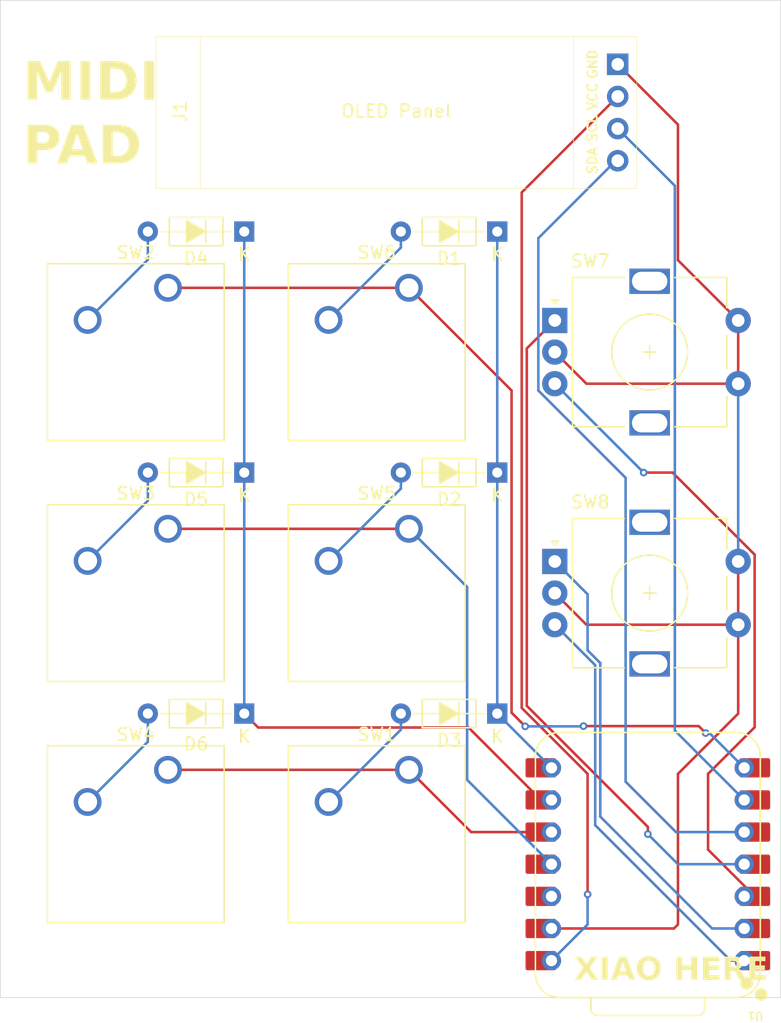
<source format=kicad_pcb>
(kicad_pcb (version 20241229) (generator "pcbnew") (generator_version "9.0")
  (layers (0 "F.Cu" signal) (2 "B.Cu" signal) (13 "F.Paste" user) (15 "B.Paste" user) (5 "F.SilkS" user "F.Silkscreen") (7 "B.SilkS" user "B.Silkscreen") (1 "F.Mask" user) (3 "B.Mask" user) (25 "Edge.Cuts" user))
  (net 0 "")
  (net 1 "Row 0")
  (net 2 "Net-(D1-A)")
  (net 3 "Net-(D2-A)")
  (net 4 "Net-(D3-A)")
  (net 5 "Net-(D4-A)")
  (net 6 "Row 1")
  (net 7 "Net-(D5-A)")
  (net 8 "Net-(D6-A)")
  (net 9 "SCL")
  (net 10 "+5V")
  (net 11 "GND")
  (net 12 "SDA")
  (net 13 "Column 2")
  (net 14 "Column 0")
  (net 15 "Column 1")
  (net 16 "Rotary B1")
  (net 17 "Rotary B2")
  (net 18 "Rotary A1")
  (net 19 "Rotary A2")
  (footprint "Button_Switch_Keyboard:SW_Cherry_MX_1.00u_PCB" (layer "F.Cu") (at 123.98375 99.695)
    (property "Reference" "SW6" (at -2.54 -2.794 0) (layer "F.SilkS"))
    (property "Value" "SW_Push")
    (fp_line (start -9.525 -1.905) (end 4.445 -1.905) (stroke (width 0.12)) (layer "F.SilkS"))
    (fp_line (start -9.525 12.065) (end -9.525 -1.905) (stroke (width 0.12)) (layer "F.SilkS"))
    (fp_line (start 4.445 -1.905) (end 4.445 12.065) (stroke (width 0.12)) (layer "F.SilkS"))
    (fp_line (start 4.445 12.065) (end -9.525 12.065) (stroke (width 0.12)) (layer "F.SilkS"))
    (pad "" np_thru_hole circle (at -7.62 5.08) (size 1.7 1.7) (drill 1.7) (layers "*.Cu" "*.Mask"))
    (pad "" np_thru_hole circle (at -2.54 5.08) (size 4 4) (drill 4) (layers "*.Cu" "*.Mask"))
    (pad "" np_thru_hole circle (at 2.54 5.08) (size 1.7 1.7) (drill 1.7) (layers "*.Cu" "*.Mask"))
    (pad "1" thru_hole circle (at 0 0) (size 2.2 2.2) (drill 1.5) (layers "*.Cu" "*.Mask") (net 14 "Column 0"))
    (pad "2" thru_hole circle (at -6.35 2.54) (size 2.2 2.2) (drill 1.5) (layers "*.Cu" "*.Mask") (net 2 "Net-(D1-A)"))
  )
  (footprint "PCM_Diode_THT_AKL:D_DO-35_SOD27_P7.62mm_Horizontal" (layer "F.Cu") (at 130.96875 95.25 180)
    (property "Reference" "D1" (at 3.81 -2.12 0) (layer "F.SilkS"))
    (property "Value" "1N4148" (hide yes))
    (fp_line (start 6.58 0) (end 5.93 0) (stroke (width 0.12)) (layer "F.SilkS"))
    (fp_line (start 5.93 1.12) (end 5.93 -1.12) (stroke (width 0.12)) (layer "F.SilkS"))
    (fp_line (start 5.93 0) (end 4.6355 0) (stroke (width 0.12)) (layer "F.SilkS"))
    (fp_line (start 5.93 -1.12) (end 1.69 -1.12) (stroke (width 0.12)) (layer "F.SilkS"))
    (fp_line (start 3.048 -0.889) (end 3.048 0.889) (stroke (width 0.12)) (layer "F.SilkS"))
    (fp_line (start 1.69 1.12) (end 5.93 1.12) (stroke (width 0.12)) (layer "F.SilkS"))
    (fp_line (start 1.69 -1.12) (end 1.69 1.12) (stroke (width 0.12)) (layer "F.SilkS"))
    (fp_line (start 1.651 0) (end 3.048 0) (stroke (width 0.12)) (layer "F.SilkS"))
    (fp_line (start 1.04 0) (end 1.69 0) (stroke (width 0.12)) (layer "F.SilkS"))
    (fp_poly (pts (xy 4.572 0.889) (xy 3.048 0) (xy 4.572 -0.889)) (stroke (width 0.1)) (fill yes) (layer "F.SilkS"))
    (fp_text user "K" (at 0 -1.8 0) (layer "F.SilkS"))
    (pad "1" thru_hole rect (at 0 0 180) (size 1.6 1.6) (drill 0.8) (layers "*.Cu" "*.Mask") (net 1 "Row 0"))
    (pad "2" thru_hole oval (at 7.62 0 180) (size 1.6 1.6) (drill 0.8) (layers "*.Cu" "*.Mask") (net 2 "Net-(D1-A)"))
  )
  (footprint "Button_Switch_Keyboard:SW_Cherry_MX_1.00u_PCB" (layer "F.Cu") (at 104.93375 99.695)
    (property "Reference" "SW2" (at -2.54 -2.794 0) (layer "F.SilkS"))
    (property "Value" "SW_Push")
    (fp_line (start -9.525 -1.905) (end 4.445 -1.905) (stroke (width 0.12)) (layer "F.SilkS"))
    (fp_line (start -9.525 12.065) (end -9.525 -1.905) (stroke (width 0.12)) (layer "F.SilkS"))
    (fp_line (start 4.445 -1.905) (end 4.445 12.065) (stroke (width 0.12)) (layer "F.SilkS"))
    (fp_line (start 4.445 12.065) (end -9.525 12.065) (stroke (width 0.12)) (layer "F.SilkS"))
    (pad "" np_thru_hole circle (at -7.62 5.08) (size 1.7 1.7) (drill 1.7) (layers "*.Cu" "*.Mask"))
    (pad "" np_thru_hole circle (at -2.54 5.08) (size 4 4) (drill 4) (layers "*.Cu" "*.Mask"))
    (pad "" np_thru_hole circle (at 2.54 5.08) (size 1.7 1.7) (drill 1.7) (layers "*.Cu" "*.Mask"))
    (pad "1" thru_hole circle (at 0 0) (size 2.2 2.2) (drill 1.5) (layers "*.Cu" "*.Mask") (net 14 "Column 0"))
    (pad "2" thru_hole circle (at -6.35 2.54) (size 2.2 2.2) (drill 1.5) (layers "*.Cu" "*.Mask") (net 5 "Net-(D4-A)"))
  )
  (footprint "Rotary_Encoder:RotaryEncoder_Alps_EC11E-Switch_Vertical_H20mm" (layer "F.Cu") (at 135.51875 102.275)
    (property "Reference" "SW7" (at 2.8 -4.7 0) (layer "F.SilkS"))
    (property "Value" "RotaryEncoder_Switch")
    (fp_line (start -0.3 -1.6) (end 0.3 -1.6) (stroke (width 0.12)) (layer "F.SilkS"))
    (fp_line (start 0 -1.3) (end -0.3 -1.6) (stroke (width 0.12)) (layer "F.SilkS"))
    (fp_line (start 0.3 -1.6) (end 0 -1.3) (stroke (width 0.12)) (layer "F.SilkS"))
    (fp_line (start 1.4 -3.4) (end 1.4 8.4) (stroke (width 0.12)) (layer "F.SilkS"))
    (fp_line (start 5.5 -3.4) (end 1.4 -3.4) (stroke (width 0.12)) (layer "F.SilkS"))
    (fp_line (start 5.5 8.4) (end 1.4 8.4) (stroke (width 0.12)) (layer "F.SilkS"))
    (fp_line (start 7 2.5) (end 8 2.5) (stroke (width 0.12)) (layer "F.SilkS"))
    (fp_line (start 7.5 2) (end 7.5 3) (stroke (width 0.12)) (layer "F.SilkS"))
    (fp_line (start 9.5 -3.4) (end 13.6 -3.4) (stroke (width 0.12)) (layer "F.SilkS"))
    (fp_line (start 13.6 -3.4) (end 13.6 -1) (stroke (width 0.12)) (layer "F.SilkS"))
    (fp_line (start 13.6 1.2) (end 13.6 3.8) (stroke (width 0.12)) (layer "F.SilkS"))
    (fp_line (start 13.6 6) (end 13.6 8.4) (stroke (width 0.12)) (layer "F.SilkS"))
    (fp_line (start 13.6 8.4) (end 9.5 8.4) (stroke (width 0.12)) (layer "F.SilkS"))
    (fp_circle (center 7.5 2.5) (end 10.5 2.5) (stroke (width 0.12)) (fill no) (layer "F.SilkS"))
    (pad "A" thru_hole rect (at 0 0) (size 2 2) (drill 1) (layers "*.Cu" "*.Mask") (net 17 "Rotary B2"))
    (pad "B" thru_hole circle (at 0 5) (size 2 2) (drill 1) (layers "*.Cu" "*.Mask") (net 16 "Rotary B1"))
    (pad "C" thru_hole circle (at 0 2.5) (size 2 2) (drill 1) (layers "*.Cu" "*.Mask") (net 11 "GND"))
    (pad "MP" thru_hole rect (at 7.5 -3.1) (size 3.2 2) (drill oval 2.8 1.5) (layers "*.Cu" "*.Mask"))
    (pad "MP" thru_hole rect (at 7.5 8.1) (size 3.2 2) (drill oval 2.8 1.5) (layers "*.Cu" "*.Mask"))
    (pad "S1" thru_hole circle (at 14.5 5) (size 2 2) (drill 1) (layers "*.Cu" "*.Mask") (net 11 "GND"))
    (pad "S2" thru_hole circle (at 14.5 0) (size 2 2) (drill 1) (layers "*.Cu" "*.Mask") (net 11 "GND"))
  )
  (footprint "Button_Switch_Keyboard:SW_Cherry_MX_1.00u_PCB" (layer "F.Cu") (at 123.98375 137.795)
    (property "Reference" "SW1" (at -2.54 -2.794 0) (layer "F.SilkS"))
    (property "Value" "SW_Push")
    (fp_line (start -9.525 -1.905) (end 4.445 -1.905) (stroke (width 0.12)) (layer "F.SilkS"))
    (fp_line (start -9.525 12.065) (end -9.525 -1.905) (stroke (width 0.12)) (layer "F.SilkS"))
    (fp_line (start 4.445 -1.905) (end 4.445 12.065) (stroke (width 0.12)) (layer "F.SilkS"))
    (fp_line (start 4.445 12.065) (end -9.525 12.065) (stroke (width 0.12)) (layer "F.SilkS"))
    (pad "" np_thru_hole circle (at -7.62 5.08) (size 1.7 1.7) (drill 1.7) (layers "*.Cu" "*.Mask"))
    (pad "" np_thru_hole circle (at -2.54 5.08) (size 4 4) (drill 4) (layers "*.Cu" "*.Mask"))
    (pad "" np_thru_hole circle (at 2.54 5.08) (size 1.7 1.7) (drill 1.7) (layers "*.Cu" "*.Mask"))
    (pad "1" thru_hole circle (at 0 0) (size 2.2 2.2) (drill 1.5) (layers "*.Cu" "*.Mask") (net 13 "Column 2"))
    (pad "2" thru_hole circle (at -6.35 2.54) (size 2.2 2.2) (drill 1.5) (layers "*.Cu" "*.Mask") (net 4 "Net-(D3-A)"))
  )
  (footprint "PCM_Diode_THT_AKL:D_DO-35_SOD27_P7.62mm_Horizontal" (layer "F.Cu") (at 130.96875 133.35 180)
    (property "Reference" "D3" (at 3.81 -2.12 0) (layer "F.SilkS"))
    (property "Value" "1N4148" (hide yes))
    (fp_line (start 6.58 0) (end 5.93 0) (stroke (width 0.12)) (layer "F.SilkS"))
    (fp_line (start 5.93 1.12) (end 5.93 -1.12) (stroke (width 0.12)) (layer "F.SilkS"))
    (fp_line (start 5.93 0) (end 4.6355 0) (stroke (width 0.12)) (layer "F.SilkS"))
    (fp_line (start 5.93 -1.12) (end 1.69 -1.12) (stroke (width 0.12)) (layer "F.SilkS"))
    (fp_line (start 3.048 -0.889) (end 3.048 0.889) (stroke (width 0.12)) (layer "F.SilkS"))
    (fp_line (start 1.69 1.12) (end 5.93 1.12) (stroke (width 0.12)) (layer "F.SilkS"))
    (fp_line (start 1.69 -1.12) (end 1.69 1.12) (stroke (width 0.12)) (layer "F.SilkS"))
    (fp_line (start 1.651 0) (end 3.048 0) (stroke (width 0.12)) (layer "F.SilkS"))
    (fp_line (start 1.04 0) (end 1.69 0) (stroke (width 0.12)) (layer "F.SilkS"))
    (fp_poly (pts (xy 4.572 0.889) (xy 3.048 0) (xy 4.572 -0.889)) (stroke (width 0.1)) (fill yes) (layer "F.SilkS"))
    (fp_text user "K" (at 0 -1.8 0) (layer "F.SilkS"))
    (pad "1" thru_hole rect (at 0 0 180) (size 1.6 1.6) (drill 0.8) (layers "*.Cu" "*.Mask") (net 1 "Row 0"))
    (pad "2" thru_hole oval (at 7.62 0 180) (size 1.6 1.6) (drill 0.8) (layers "*.Cu" "*.Mask") (net 4 "Net-(D3-A)"))
  )
  (footprint "PCM_Diode_THT_AKL:D_DO-35_SOD27_P7.62mm_Horizontal" (layer "F.Cu") (at 110.96625 114.3 180)
    (property "Reference" "D5" (at 3.81 -2.12 0) (layer "F.SilkS"))
    (property "Value" "1N4148" (hide yes))
    (fp_line (start 6.58 0) (end 5.93 0) (stroke (width 0.12)) (layer "F.SilkS"))
    (fp_line (start 5.93 1.12) (end 5.93 -1.12) (stroke (width 0.12)) (layer "F.SilkS"))
    (fp_line (start 5.93 0) (end 4.6355 0) (stroke (width 0.12)) (layer "F.SilkS"))
    (fp_line (start 5.93 -1.12) (end 1.69 -1.12) (stroke (width 0.12)) (layer "F.SilkS"))
    (fp_line (start 3.048 -0.889) (end 3.048 0.889) (stroke (width 0.12)) (layer "F.SilkS"))
    (fp_line (start 1.69 1.12) (end 5.93 1.12) (stroke (width 0.12)) (layer "F.SilkS"))
    (fp_line (start 1.69 -1.12) (end 1.69 1.12) (stroke (width 0.12)) (layer "F.SilkS"))
    (fp_line (start 1.651 0) (end 3.048 0) (stroke (width 0.12)) (layer "F.SilkS"))
    (fp_line (start 1.04 0) (end 1.69 0) (stroke (width 0.12)) (layer "F.SilkS"))
    (fp_poly (pts (xy 4.572 0.889) (xy 3.048 0) (xy 4.572 -0.889)) (stroke (width 0.1)) (fill yes) (layer "F.SilkS"))
    (fp_text user "K" (at 0 -1.8 0) (layer "F.SilkS"))
    (pad "1" thru_hole rect (at 0 0 180) (size 1.6 1.6) (drill 0.8) (layers "*.Cu" "*.Mask") (net 6 "Row 1"))
    (pad "2" thru_hole oval (at 7.62 0 180) (size 1.6 1.6) (drill 0.8) (layers "*.Cu" "*.Mask") (net 7 "Net-(D5-A)"))
  )
  (footprint "OLED FOOTPRINTS:SSD1306-0.91-OLED-4pin-128x32" (layer "F.Cu") (at 103.99375 79.84)
    (property "Reference" "J1" (at 1.9 5.91 90) (layer "F.SilkS"))
    (property "Value" "Conn_01x04_Pin")
    (fp_line (start 0 0) (end 0 12) (stroke (width 0.04)) (layer "F.SilkS"))
    (fp_line (start 0 12) (end 38 12) (stroke (width 0.04)) (layer "F.SilkS"))
    (fp_line (start 3.5 0) (end 3.5 12) (stroke (width 0.04)) (layer "F.SilkS"))
    (fp_line (start 33 0) (end 33 12) (stroke (width 0.04)) (layer "F.SilkS"))
    (fp_line (start 38 0) (end 0 0) (stroke (width 0.04)) (layer "F.SilkS"))
    (fp_line (start 38 12) (end 38 0) (stroke (width 0.04)) (layer "F.SilkS"))
    (fp_text user "SDA" (at 34.5 9.81 270) (layer "F.SilkS") (effects (font (size 0.75 0.75))))
    (fp_text user "SCL" (at 34.5 7.27 270) (layer "F.SilkS") (effects (font (size 0.75 0.75))))
    (fp_text user "VCC" (at 34.5 4.73 270) (layer "F.SilkS") (effects (font (size 0.75 0.75))))
    (fp_text user "OLED Panel" (at 19 5.885 0) (layer "F.SilkS"))
    (fp_text user "GND" (at 34.5 2.19 270) (layer "F.SilkS") (effects (font (size 0.75 0.75))))
    (pad "1" thru_hole rect (at 36.5 2.19) (size 1.7 1.7) (drill 1) (layers "*.Cu" "*.Mask") (net 11 "GND"))
    (pad "2" thru_hole oval (at 36.5 4.73) (size 1.7 1.7) (drill 1) (layers "*.Cu" "*.Mask") (net 10 "+5V"))
    (pad "3" thru_hole oval (at 36.5 7.27) (size 1.7 1.7) (drill 1) (layers "*.Cu" "*.Mask") (net 9 "SCL"))
    (pad "4" thru_hole oval (at 36.5 9.81) (size 1.7 1.7) (drill 1) (layers "*.Cu" "*.Mask") (net 12 "SDA"))
  )
  (footprint "Button_Switch_Keyboard:SW_Cherry_MX_1.00u_PCB" (layer "F.Cu") (at 104.93375 137.795)
    (property "Reference" "SW4" (at -2.54 -2.794 0) (layer "F.SilkS"))
    (property "Value" "SW_Push")
    (fp_line (start -9.525 -1.905) (end 4.445 -1.905) (stroke (width 0.12)) (layer "F.SilkS"))
    (fp_line (start -9.525 12.065) (end -9.525 -1.905) (stroke (width 0.12)) (layer "F.SilkS"))
    (fp_line (start 4.445 -1.905) (end 4.445 12.065) (stroke (width 0.12)) (layer "F.SilkS"))
    (fp_line (start 4.445 12.065) (end -9.525 12.065) (stroke (width 0.12)) (layer "F.SilkS"))
    (pad "" np_thru_hole circle (at -7.62 5.08) (size 1.7 1.7) (drill 1.7) (layers "*.Cu" "*.Mask"))
    (pad "" np_thru_hole circle (at -2.54 5.08) (size 4 4) (drill 4) (layers "*.Cu" "*.Mask"))
    (pad "" np_thru_hole circle (at 2.54 5.08) (size 1.7 1.7) (drill 1.7) (layers "*.Cu" "*.Mask"))
    (pad "1" thru_hole circle (at 0 0) (size 2.2 2.2) (drill 1.5) (layers "*.Cu" "*.Mask") (net 13 "Column 2"))
    (pad "2" thru_hole circle (at -6.35 2.54) (size 2.2 2.2) (drill 1.5) (layers "*.Cu" "*.Mask") (net 8 "Net-(D6-A)"))
  )
  (footprint "PCM_Diode_THT_AKL:D_DO-35_SOD27_P7.62mm_Horizontal" (layer "F.Cu") (at 110.96625 133.35 180)
    (property "Reference" "D6" (at 3.81 -2.40125 0) (layer "F.SilkS"))
    (property "Value" "1N4148" (hide yes))
    (fp_line (start 6.58 0) (end 5.93 0) (stroke (width 0.12)) (layer "F.SilkS"))
    (fp_line (start 5.93 1.12) (end 5.93 -1.12) (stroke (width 0.12)) (layer "F.SilkS"))
    (fp_line (start 5.93 0) (end 4.6355 0) (stroke (width 0.12)) (layer "F.SilkS"))
    (fp_line (start 5.93 -1.12) (end 1.69 -1.12) (stroke (width 0.12)) (layer "F.SilkS"))
    (fp_line (start 3.048 -0.889) (end 3.048 0.889) (stroke (width 0.12)) (layer "F.SilkS"))
    (fp_line (start 1.69 1.12) (end 5.93 1.12) (stroke (width 0.12)) (layer "F.SilkS"))
    (fp_line (start 1.69 -1.12) (end 1.69 1.12) (stroke (width 0.12)) (layer "F.SilkS"))
    (fp_line (start 1.651 0) (end 3.048 0) (stroke (width 0.12)) (layer "F.SilkS"))
    (fp_line (start 1.04 0) (end 1.69 0) (stroke (width 0.12)) (layer "F.SilkS"))
    (fp_poly (pts (xy 4.572 0.889) (xy 3.048 0) (xy 4.572 -0.889)) (stroke (width 0.1)) (fill yes) (layer "F.SilkS"))
    (fp_text user "K" (at 0 -1.8 0) (layer "F.SilkS"))
    (pad "1" thru_hole rect (at 0 0 180) (size 1.6 1.6) (drill 0.8) (layers "*.Cu" "*.Mask") (net 6 "Row 1"))
    (pad "2" thru_hole oval (at 7.62 0 180) (size 1.6 1.6) (drill 0.8) (layers "*.Cu" "*.Mask") (net 8 "Net-(D6-A)"))
  )
  (footprint "Seeed Studio XIAO Series Library:XIAO-RP2040-DIP" (layer "F.Cu") (at 142.875 145.25625 180)
    (property "Reference" "U1" (at -8.5 -12 180) (layer "F.SilkS") (effects (font (size 0.635 0.635) (thickness 0.1016))))
    (property "Value" "XIAO-RP2040-DIP")
    (fp_line (start 8.89 8.509) (end 8.89 -8.636) (stroke (width 0.127)) (layer "F.SilkS"))
    (fp_line (start 6.985 -10.541) (end -6.985 -10.541) (stroke (width 0.1)) (layer "F.SilkS"))
    (fp_line (start 6.985 -10.541) (end -6.985 -10.541) (stroke (width 0.127)) (layer "F.SilkS"))
    (fp_line (start 4.504 -11.451) (end 4.504 -10.541) (stroke (width 0.127)) (layer "F.SilkS"))
    (fp_line (start -3.991272 -11.951) (end 4.004 -11.951) (stroke (width 0.127)) (layer "F.SilkS"))
    (fp_line (start -4.495 -10.541) (end -4.491272 -11.451272) (stroke (width 0.127)) (layer "F.SilkS"))
    (fp_line (start -6.985 10.414) (end 6.985 10.414) (stroke (width 0.127)) (layer "F.SilkS"))
    (fp_line (start -8.89 8.509) (end -8.89 -8.636) (stroke (width 0.127)) (layer "F.SilkS"))
    (fp_arc (start 8.89 8.509) (mid 8.332038 9.856038) (end 6.985 10.414) (stroke (width 0.127)) (layer "F.SilkS"))
    (fp_arc (start 6.985 -10.541) (mid 8.332038 -9.983038) (end 8.89 -8.636) (stroke (width 0.127)) (layer "F.SilkS"))
    (fp_arc (start 4.004 -11.951) (mid 4.357553 -11.804553) (end 4.504 -11.451) (stroke (width 0.127)) (layer "F.SilkS"))
    (fp_arc (start -4.491272 -11.451272) (mid -4.344728 -11.80464) (end -3.991272 -11.951) (stroke (width 0.127)) (layer "F.SilkS"))
    (fp_arc (start -6.985 10.414) (mid -8.332038 9.856038) (end -8.89 8.509) (stroke (width 0.127)) (layer "F.SilkS"))
    (fp_arc (start -8.89 -8.636) (mid -8.332038 -9.983038) (end -6.985 -10.541) (stroke (width 0.127)) (layer "F.SilkS"))
    (fp_circle (center -7.807 -9.42) (end -7.807 -9.674) (stroke (width 0.5)) (fill yes) (layer "F.SilkS"))
    (fp_circle (center -8.95 -10.3) (end -8.95 -10.554) (stroke (width 0.5)) (fill yes) (layer "F.SilkS"))
    (pad "1" smd roundrect (at -8.455 -7.62) (size 2.432 1.524) (layers "F.Cu" "F.Mask") (roundrect_rratio 0.1) (net 18 "Rotary A1"))
    (pad "1" thru_hole circle (at -7.62 -7.62) (size 1.524 1.524) (drill 0.889) (layers "*.Cu" "*.Mask") (net 18 "Rotary A1"))
    (pad "2" smd roundrect (at -8.455 -5.08) (size 2.432 1.524) (layers "F.Cu" "F.Mask") (roundrect_rratio 0.1) (net 19 "Rotary A2"))
    (pad "2" thru_hole circle (at -7.62 -5.08) (size 1.524 1.524) (drill 0.889) (layers "*.Cu" "*.Mask") (net 19 "Rotary A2"))
    (pad "3" smd roundrect (at -8.455 -2.54) (size 2.432 1.524) (layers "F.Cu" "F.Mask") (roundrect_rratio 0.1) (net 16 "Rotary B1"))
    (pad "3" thru_hole circle (at -7.62 -2.54) (size 1.524 1.524) (drill 0.889) (layers "*.Cu" "*.Mask") (net 16 "Rotary B1"))
    (pad "4" smd roundrect (at -8.455 0) (size 2.432 1.524) (layers "F.Cu" "F.Mask") (roundrect_rratio 0.1) (net 17 "Rotary B2"))
    (pad "4" thru_hole circle (at -7.62 0) (size 1.524 1.524) (drill 0.889) (layers "*.Cu" "*.Mask") (net 17 "Rotary B2"))
    (pad "5" smd roundrect (at -8.455 2.54) (size 2.432 1.524) (layers "F.Cu" "F.Mask") (roundrect_rratio 0.1) (net 12 "SDA"))
    (pad "5" thru_hole circle (at -7.62 2.54) (size 1.524 1.524) (drill 0.889) (layers "*.Cu" "*.Mask") (net 12 "SDA"))
    (pad "6" smd roundrect (at -8.455 5.08) (size 2.432 1.524) (layers "F.Cu" "F.Mask") (roundrect_rratio 0.1) (net 9 "SCL"))
    (pad "6" thru_hole circle (at -7.62 5.08) (size 1.524 1.524) (drill 0.889) (layers "*.Cu" "*.Mask") (net 9 "SCL"))
    (pad "7" smd roundrect (at -8.455 7.62) (size 2.432 1.524) (layers "F.Cu" "F.Mask") (roundrect_rratio 0.1) (net 14 "Column 0"))
    (pad "7" thru_hole circle (at -7.62 7.62) (size 1.524 1.524) (drill 0.889) (layers "*.Cu" "*.Mask") (net 14 "Column 0"))
    (pad "8" thru_hole circle (at 7.62 7.62 180) (size 1.524 1.524) (drill 0.889) (layers "*.Cu" "*.Mask") (net 1 "Row 0"))
    (pad "8" smd roundrect (at 8.455 7.62 180) (size 2.432 1.524) (layers "F.Cu" "F.Mask") (roundrect_rratio 0.1) (net 1 "Row 0"))
    (pad "9" thru_hole circle (at 7.62 5.08 180) (size 1.524 1.524) (drill 0.889) (layers "*.Cu" "*.Mask") (net 6 "Row 1"))
    (pad "9" smd roundrect (at 8.455 5.08 180) (size 2.432 1.524) (layers "F.Cu" "F.Mask") (roundrect_rratio 0.1) (net 6 "Row 1"))
    (pad "10" thru_hole circle (at 7.62 2.54 180) (size 1.524 1.524) (drill 0.889) (layers "*.Cu" "*.Mask") (net 13 "Column 2"))
    (pad "10" smd roundrect (at 8.455 2.54 180) (size 2.432 1.524) (layers "F.Cu" "F.Mask") (roundrect_rratio 0.1) (net 13 "Column 2"))
    (pad "11" thru_hole circle (at 7.62 0 180) (size 1.524 1.524) (drill 0.889) (layers "*.Cu" "*.Mask") (net 15 "Column 1"))
    (pad "11" smd roundrect (at 8.455 0 180) (size 2.432 1.524) (layers "F.Cu" "F.Mask") (roundrect_rratio 0.1) (net 15 "Column 1"))
    (pad "12" thru_hole circle (at 7.62 -2.54 180) (size 1.524 1.524) (drill 0.889) (layers "*.Cu" "*.Mask"))
    (pad "12" smd roundrect (at 8.455 -2.54 180) (size 2.432 1.524) (layers "F.Cu" "F.Mask") (roundrect_rratio 0.1))
    (pad "13" thru_hole circle (at 7.62 -5.08 180) (size 1.524 1.524) (drill 0.889) (layers "*.Cu" "*.Mask") (net 11 "GND"))
    (pad "13" smd roundrect (at 8.455 -5.08 180) (size 2.432 1.524) (layers "F.Cu" "F.Mask") (roundrect_rratio 0.1) (net 11 "GND"))
    (pad "14" thru_hole circle (at 7.62 -7.62 180) (size 1.524 1.524) (drill 0.889) (layers "*.Cu" "*.Mask") (net 10 "+5V"))
    (pad "14" smd roundrect (at 8.455 -7.62 180) (size 2.432 1.524) (layers "F.Cu" "F.Mask") (roundrect_rratio 0.1) (net 10 "+5V"))
  )
  (footprint "Rotary_Encoder:RotaryEncoder_Alps_EC11E-Switch_Vertical_H20mm" (layer "F.Cu") (at 135.51875 121.325)
    (property "Reference" "SW8" (at 2.8 -4.7 0) (layer "F.SilkS"))
    (property "Value" "RotaryEncoder_Switch")
    (fp_line (start -0.3 -1.6) (end 0.3 -1.6) (stroke (width 0.12)) (layer "F.SilkS"))
    (fp_line (start 0 -1.3) (end -0.3 -1.6) (stroke (width 0.12)) (layer "F.SilkS"))
    (fp_line (start 0.3 -1.6) (end 0 -1.3) (stroke (width 0.12)) (layer "F.SilkS"))
    (fp_line (start 1.4 -3.4) (end 1.4 8.4) (stroke (width 0.12)) (layer "F.SilkS"))
    (fp_line (start 5.5 -3.4) (end 1.4 -3.4) (stroke (width 0.12)) (layer "F.SilkS"))
    (fp_line (start 5.5 8.4) (end 1.4 8.4) (stroke (width 0.12)) (layer "F.SilkS"))
    (fp_line (start 7 2.5) (end 8 2.5) (stroke (width 0.12)) (layer "F.SilkS"))
    (fp_line (start 7.5 2) (end 7.5 3) (stroke (width 0.12)) (layer "F.SilkS"))
    (fp_line (start 9.5 -3.4) (end 13.6 -3.4) (stroke (width 0.12)) (layer "F.SilkS"))
    (fp_line (start 13.6 -3.4) (end 13.6 -1) (stroke (width 0.12)) (layer "F.SilkS"))
    (fp_line (start 13.6 1.2) (end 13.6 3.8) (stroke (width 0.12)) (layer "F.SilkS"))
    (fp_line (start 13.6 6) (end 13.6 8.4) (stroke (width 0.12)) (layer "F.SilkS"))
    (fp_line (start 13.6 8.4) (end 9.5 8.4) (stroke (width 0.12)) (layer "F.SilkS"))
    (fp_circle (center 7.5 2.5) (end 10.5 2.5) (stroke (width 0.12)) (fill no) (layer "F.SilkS"))
    (pad "A" thru_hole rect (at 0 0) (size 2 2) (drill 1) (layers "*.Cu" "*.Mask") (net 19 "Rotary A2"))
    (pad "B" thru_hole circle (at 0 5) (size 2 2) (drill 1) (layers "*.Cu" "*.Mask") (net 18 "Rotary A1"))
    (pad "C" thru_hole circle (at 0 2.5) (size 2 2) (drill 1) (layers "*.Cu" "*.Mask") (net 11 "GND"))
    (pad "MP" thru_hole rect (at 7.5 -3.1) (size 3.2 2) (drill oval 2.8 1.5) (layers "*.Cu" "*.Mask"))
    (pad "MP" thru_hole rect (at 7.5 8.1) (size 3.2 2) (drill oval 2.8 1.5) (layers "*.Cu" "*.Mask"))
    (pad "S1" thru_hole circle (at 14.5 5) (size 2 2) (drill 1) (layers "*.Cu" "*.Mask") (net 11 "GND"))
    (pad "S2" thru_hole circle (at 14.5 0) (size 2 2) (drill 1) (layers "*.Cu" "*.Mask") (net 11 "GND"))
  )
  (footprint "Button_Switch_Keyboard:SW_Cherry_MX_1.00u_PCB" (layer "F.Cu") (at 123.98375 118.745)
    (property "Reference" "SW5" (at -2.54 -2.794 0) (layer "F.SilkS"))
    (property "Value" "SW_Push")
    (fp_line (start -9.525 -1.905) (end 4.445 -1.905) (stroke (width 0.12)) (layer "F.SilkS"))
    (fp_line (start -9.525 12.065) (end -9.525 -1.905) (stroke (width 0.12)) (layer "F.SilkS"))
    (fp_line (start 4.445 -1.905) (end 4.445 12.065) (stroke (width 0.12)) (layer "F.SilkS"))
    (fp_line (start 4.445 12.065) (end -9.525 12.065) (stroke (width 0.12)) (layer "F.SilkS"))
    (pad "" np_thru_hole circle (at -7.62 5.08) (size 1.7 1.7) (drill 1.7) (layers "*.Cu" "*.Mask"))
    (pad "" np_thru_hole circle (at -2.54 5.08) (size 4 4) (drill 4) (layers "*.Cu" "*.Mask"))
    (pad "" np_thru_hole circle (at 2.54 5.08) (size 1.7 1.7) (drill 1.7) (layers "*.Cu" "*.Mask"))
    (pad "1" thru_hole circle (at 0 0) (size 2.2 2.2) (drill 1.5) (layers "*.Cu" "*.Mask") (net 15 "Column 1"))
    (pad "2" thru_hole circle (at -6.35 2.54) (size 2.2 2.2) (drill 1.5) (layers "*.Cu" "*.Mask") (net 3 "Net-(D2-A)"))
  )
  (footprint "PCM_Diode_THT_AKL:D_DO-35_SOD27_P7.62mm_Horizontal" (layer "F.Cu") (at 110.96625 95.25 180)
    (property "Reference" "D4" (at 3.81 -2.12 0) (layer "F.SilkS"))
    (property "Value" "1N4148" (hide yes))
    (fp_line (start 6.58 0) (end 5.93 0) (stroke (width 0.12)) (layer "F.SilkS"))
    (fp_line (start 5.93 1.12) (end 5.93 -1.12) (stroke (width 0.12)) (layer "F.SilkS"))
    (fp_line (start 5.93 0) (end 4.6355 0) (stroke (width 0.12)) (layer "F.SilkS"))
    (fp_line (start 5.93 -1.12) (end 1.69 -1.12) (stroke (width 0.12)) (layer "F.SilkS"))
    (fp_line (start 3.048 -0.889) (end 3.048 0.889) (stroke (width 0.12)) (layer "F.SilkS"))
    (fp_line (start 1.69 1.12) (end 5.93 1.12) (stroke (width 0.12)) (layer "F.SilkS"))
    (fp_line (start 1.69 -1.12) (end 1.69 1.12) (stroke (width 0.12)) (layer "F.SilkS"))
    (fp_line (start 1.651 0) (end 3.048 0) (stroke (width 0.12)) (layer "F.SilkS"))
    (fp_line (start 1.04 0) (end 1.69 0) (stroke (width 0.12)) (layer "F.SilkS"))
    (fp_poly (pts (xy 4.572 0.889) (xy 3.048 0) (xy 4.572 -0.889)) (stroke (width 0.1)) (fill yes) (layer "F.SilkS"))
    (fp_text user "K" (at 0 -1.8 0) (layer "F.SilkS"))
    (pad "1" thru_hole rect (at 0 0 180) (size 1.6 1.6) (drill 0.8) (layers "*.Cu" "*.Mask") (net 6 "Row 1"))
    (pad "2" thru_hole oval (at 7.62 0 180) (size 1.6 1.6) (drill 0.8) (layers "*.Cu" "*.Mask") (net 5 "Net-(D4-A)"))
  )
  (footprint "PCM_Diode_THT_AKL:D_DO-35_SOD27_P7.62mm_Horizontal" (layer "F.Cu") (at 130.96875 114.3 180)
    (property "Reference" "D2" (at 3.81 -2.12 0) (layer "F.SilkS"))
    (property "Value" "1N4148" (hide yes))
    (fp_line (start 6.58 0) (end 5.93 0) (stroke (width 0.12)) (layer "F.SilkS"))
    (fp_line (start 5.93 1.12) (end 5.93 -1.12) (stroke (width 0.12)) (layer "F.SilkS"))
    (fp_line (start 5.93 0) (end 4.6355 0) (stroke (width 0.12)) (layer "F.SilkS"))
    (fp_line (start 5.93 -1.12) (end 1.69 -1.12) (stroke (width 0.12)) (layer "F.SilkS"))
    (fp_line (start 3.048 -0.889) (end 3.048 0.889) (stroke (width 0.12)) (layer "F.SilkS"))
    (fp_line (start 1.69 1.12) (end 5.93 1.12) (stroke (width 0.12)) (layer "F.SilkS"))
    (fp_line (start 1.69 -1.12) (end 1.69 1.12) (stroke (width 0.12)) (layer "F.SilkS"))
    (fp_line (start 1.651 0) (end 3.048 0) (stroke (width 0.12)) (layer "F.SilkS"))
    (fp_line (start 1.04 0) (end 1.69 0) (stroke (width 0.12)) (layer "F.SilkS"))
    (fp_poly (pts (xy 4.572 0.889) (xy 3.048 0) (xy 4.572 -0.889)) (stroke (width 0.1)) (fill yes) (layer "F.SilkS"))
    (fp_text user "K" (at 0 -1.8 0) (layer "F.SilkS"))
    (pad "1" thru_hole rect (at 0 0 180) (size 1.6 1.6) (drill 0.8) (layers "*.Cu" "*.Mask") (net 1 "Row 0"))
    (pad "2" thru_hole oval (at 7.62 0 180) (size 1.6 1.6) (drill 0.8) (layers "*.Cu" "*.Mask") (net 3 "Net-(D2-A)"))
  )
  (footprint "Button_Switch_Keyboard:SW_Cherry_MX_1.00u_PCB" (layer "F.Cu") (at 104.93375 118.745)
    (property "Reference" "SW3" (at -2.54 -2.794 0) (layer "F.SilkS"))
    (property "Value" "SW_Push")
    (fp_line (start -9.525 -1.905) (end 4.445 -1.905) (stroke (width 0.12)) (layer "F.SilkS"))
    (fp_line (start -9.525 12.065) (end -9.525 -1.905) (stroke (width 0.12)) (layer "F.SilkS"))
    (fp_line (start 4.445 -1.905) (end 4.445 12.065) (stroke (width 0.12)) (layer "F.SilkS"))
    (fp_line (start 4.445 12.065) (end -9.525 12.065) (stroke (width 0.12)) (layer "F.SilkS"))
    (pad "" np_thru_hole circle (at -7.62 5.08) (size 1.7 1.7) (drill 1.7) (layers "*.Cu" "*.Mask"))
    (pad "" np_thru_hole circle (at -2.54 5.08) (size 4 4) (drill 4) (layers "*.Cu" "*.Mask"))
    (pad "" np_thru_hole circle (at 2.54 5.08) (size 1.7 1.7) (drill 1.7) (layers "*.Cu" "*.Mask"))
    (pad "1" thru_hole circle (at 0 0) (size 2.2 2.2) (drill 1.5) (layers "*.Cu" "*.Mask") (net 15 "Column 1"))
    (pad "2" thru_hole circle (at -6.35 2.54) (size 2.2 2.2) (drill 1.5) (layers "*.Cu" "*.Mask") (net 7 "Net-(D5-A)"))
  )
  (gr_rect (start 91.68 76.97) (end 153.38 155.8) (stroke (width 0.05)) (fill no) (layer "Edge.Cuts"))
  (gr_text "XIAO HERE" (at 137.05 154.7 0) (layer "F.SilkS") (effects (font (size 1.8 1.8) (thickness 0.3) (bold yes)) (justify left bottom)))
  (gr_text "MIDI\nPAD" (at 93.45 90.38 0) (layer "F.SilkS") (effects (font (size 3 3) (thickness 0.3) (bold yes)) (justify left bottom)))
  (segment (start 130.96875 133.35) (end 135.255 137.63625) (width 0.2) (layer "B.Cu") (net 1))
  (segment (start 130.96875 114.3) (end 130.96875 133.35) (width 0.2) (layer "B.Cu") (net 1))
  (segment (start 130.96875 95.25) (end 130.96875 114.3) (width 0.2) (layer "B.Cu") (net 1))
  (segment (start 117.63375 102.235) (end 123.34875 96.52) (width 0.2) (layer "B.Cu") (net 2))
  (segment (start 123.34875 96.52) (end 123.34875 95.25) (width 0.2) (layer "B.Cu") (net 2))
  (segment (start 123.34875 115.57) (end 117.63375 121.285) (width 0.2) (layer "B.Cu") (net 3))
  (segment (start 123.34875 114.3) (end 123.34875 115.57) (width 0.2) (layer "B.Cu") (net 3))
  (segment (start 123.34875 133.35) (end 123.34875 134.62) (width 0.2) (layer "B.Cu") (net 4))
  (segment (start 123.34875 134.62) (end 117.63375 140.335) (width 0.2) (layer "B.Cu") (net 4))
  (segment (start 103.34625 97.4725) (end 98.58375 102.235) (width 0.2) (layer "B.Cu") (net 5))
  (segment (start 103.34625 95.25) (end 103.34625 97.4725) (width 0.2) (layer "B.Cu") (net 5))
  (segment (start 128.69475 134.451) (end 134.42 140.17625) (width 0.2) (layer "F.Cu") (net 6))
  (segment (start 134.42 140.17625) (end 135.255 140.17625) (width 0.2) (layer "F.Cu") (net 6))
  (segment (start 112.06725 134.451) (end 128.69475 134.451) (width 0.2) (layer "F.Cu") (net 6))
  (segment (start 110.96625 133.35) (end 112.06725 134.451) (width 0.2) (layer "F.Cu") (net 6))
  (segment (start 110.96625 95.25) (end 110.96625 114.3) (width 0.2) (layer "B.Cu") (net 6))
  (segment (start 110.96625 114.3) (end 110.96625 133.35) (width 0.2) (layer "B.Cu") (net 6))
  (segment (start 103.34625 114.3) (end 103.34625 116.5225) (width 0.2) (layer "B.Cu") (net 7))
  (segment (start 103.34625 116.5225) (end 98.58375 121.285) (width 0.2) (layer "B.Cu") (net 7))
  (segment (start 103.34625 135.5725) (end 98.58375 140.335) (width 0.2) (layer "B.Cu") (net 8))
  (segment (start 103.34625 133.35) (end 103.34625 135.5725) (width 0.2) (layer "B.Cu") (net 8))
  (segment (start 140.49375 87.11) (end 145.01 91.62625) (width 0.2) (layer "B.Cu") (net 9))
  (segment (start 145.01 134.69125) (end 150.495 140.17625) (width 0.2) (layer "B.Cu") (net 9))
  (segment (start 145.01 91.62625) (end 145.01 134.69125) (width 0.2) (layer "B.Cu") (net 9))
  (segment (start 138.1125 138.1125) (end 138.1125 147.6375) (width 0.2) (layer "F.Cu") (net 10))
  (segment (start 132.903 132.903) (end 138.1125 138.1125) (width 0.2) (layer "F.Cu") (net 10))
  (segment (start 132.903 92.16075) (end 132.903 132.903) (width 0.2) (layer "F.Cu") (net 10))
  (segment (start 140.49375 84.57) (end 132.903 92.16075) (width 0.2) (layer "F.Cu") (net 10))
  (via (at 138.1125 147.6375) (size 0.6) (drill 0.3) (layers "F.Cu" "B.Cu") (net 10))
  (segment (start 138.1125 150.01875) (end 135.255 152.87625) (width 0.2) (layer "B.Cu") (net 10))
  (segment (start 138.1125 147.6375) (end 138.1125 150.01875) (width 0.2) (layer "B.Cu") (net 10))
  (segment (start 135.51875 123.825) (end 138.01875 126.325) (width 0.2) (layer "F.Cu") (net 11))
  (segment (start 150.01875 102.275) (end 150.01875 107.275) (width 0.2) (layer "F.Cu") (net 11))
  (segment (start 150.01875 121.325) (end 150.01875 126.325) (width 0.2) (layer "F.Cu") (net 11))
  (segment (start 138.01875 107.275) (end 150.01875 107.275) (width 0.2) (layer "F.Cu") (net 11))
  (segment (start 135.51875 104.775) (end 138.01875 107.275) (width 0.2) (layer "F.Cu") (net 11))
  (segment (start 145.25625 150.01875) (end 144.93875 150.33625) (width 0.2) (layer "F.Cu") (net 11))
  (segment (start 150.01875 126.325) (end 150.01875 133.35) (width 0.2) (layer "F.Cu") (net 11))
  (segment (start 145.25625 86.7925) (end 145.25625 97.5125) (width 0.2) (layer "F.Cu") (net 11))
  (segment (start 138.01875 126.325) (end 150.01875 126.325) (width 0.2) (layer "F.Cu") (net 11))
  (segment (start 145.25625 97.5125) (end 150.01875 102.275) (width 0.2) (layer "F.Cu") (net 11))
  (segment (start 144.93875 150.33625) (end 135.255 150.33625) (width 0.2) (layer "F.Cu") (net 11))
  (segment (start 140.49375 82.03) (end 145.25625 86.7925) (width 0.2) (layer "F.Cu") (net 11))
  (segment (start 145.25625 138.1125) (end 145.25625 150.01875) (width 0.2) (layer "F.Cu") (net 11))
  (segment (start 150.01875 133.35) (end 145.25625 138.1125) (width 0.2) (layer "F.Cu") (net 11))
  (segment (start 150.01875 107.275) (end 150.01875 121.325) (width 0.2) (layer "B.Cu") (net 11))
  (segment (start 140.34 89.65) (end 134.21775 95.77225) (width 0.2) (layer "B.Cu") (net 12))
  (segment (start 134.21775 95.77225) (end 134.21775 107.813892) (width 0.2) (layer "B.Cu") (net 12))
  (segment (start 141.11775 138.7365) (end 145.0975 142.71625) (width 0.2) (layer "B.Cu") (net 12))
  (segment (start 140.49375 89.65) (end 140.34 89.65) (width 0.2) (layer "B.Cu") (net 12))
  (segment (start 145.0975 142.71625) (end 150.495 142.71625) (width 0.2) (layer "B.Cu") (net 12))
  (segment (start 141.11775 114.713892) (end 141.11775 138.7365) (width 0.2) (layer "B.Cu") (net 12))
  (segment (start 134.21775 107.813892) (end 141.11775 114.713892) (width 0.2) (layer "B.Cu") (net 12))
  (segment (start 123.98375 137.795) (end 128.905 142.71625) (width 0.2) (layer "F.Cu") (net 13))
  (segment (start 128.905 142.71625) (end 135.255 142.71625) (width 0.2) (layer "F.Cu") (net 13))
  (segment (start 104.93375 137.795) (end 123.98375 137.795) (width 0.2) (layer "F.Cu") (net 13))
  (segment (start 146.9 134.34) (end 147.45 134.89) (width 0.2) (layer "F.Cu") (net 14))
  (segment (start 137.79 134.34) (end 146.9 134.34) (width 0.2) (layer "F.Cu") (net 14))
  (segment (start 132.1 107.81125) (end 132.1 133.28) (width 0.2) (layer "F.Cu") (net 14))
  (segment (start 123.98375 99.695) (end 132.1 107.81125) (width 0.2) (layer "F.Cu") (net 14))
  (segment (start 132.1 133.28) (end 133.18 134.36) (width 0.2) (layer "F.Cu") (net 14))
  (segment (start 104.93375 99.695) (end 123.98375 99.695) (width 0.2) (layer "F.Cu") (net 14))
  (segment (start 133.18 134.36) (end 133.19 134.37) (width 0.2) (layer "F.Cu") (net 14))
  (via (at 137.79 134.34) (size 0.6) (drill 0.3) (layers "F.Cu" "B.Cu") (net 14))
  (via (at 147.45 134.89) (size 0.6) (drill 0.3) (layers "F.Cu" "B.Cu") (net 14))
  (via (at 133.18 134.36) (size 0.6) (drill 0.3) (layers "F.Cu" "B.Cu") (net 14))
  (segment (start 147.45 134.89) (end 147.74875 134.89) (width 0.2) (layer "B.Cu") (net 14))
  (segment (start 137.77 134.36) (end 137.79 134.34) (width 0.2) (layer "B.Cu") (net 14))
  (segment (start 147.74875 134.89) (end 150.495 137.63625) (width 0.2) (layer "B.Cu") (net 14))
  (segment (start 133.18 134.36) (end 137.77 134.36) (width 0.2) (layer "B.Cu") (net 14))
  (segment (start 104.93375 118.745) (end 123.98375 118.745) (width 0.2) (layer "F.Cu") (net 15))
  (segment (start 128.5875 123.34875) (end 128.5875 138.58875) (width 0.2) (layer "B.Cu") (net 15))
  (segment (start 123.98375 118.745) (end 128.5875 123.34875) (width 0.2) (layer "B.Cu") (net 15))
  (segment (start 128.5875 138.58875) (end 135.255 145.25625) (width 0.2) (layer "B.Cu") (net 15))
  (segment (start 144.833642 114.3) (end 151.31975 120.786108) (width 0.2) (layer "F.Cu") (net 16))
  (segment (start 147.6375 144.10375) (end 151.33 147.79625) (width 0.2) (layer "F.Cu") (net 16))
  (segment (start 142.54375 114.3) (end 144.833642 114.3) (width 0.2) (layer "F.Cu") (net 16))
  (segment (start 151.31975 120.786108) (end 151.31975 134.43025) (width 0.2) (layer "F.Cu") (net 16))
  (segment (start 147.6375 138.1125) (end 147.6375 144.10375) (width 0.2) (layer "F.Cu") (net 16))
  (segment (start 151.31975 134.43025) (end 147.6375 138.1125) (width 0.2) (layer "F.Cu") (net 16))
  (via (at 142.54375 114.3) (size 0.6) (drill 0.3) (layers "F.Cu" "B.Cu") (net 16))
  (segment (start 142.54375 114.3) (end 135.51875 107.275) (width 0.2) (layer "B.Cu") (net 16))
  (segment (start 133.304 104.48975) (end 133.304 132.7369) (width 0.2) (layer "F.Cu") (net 17))
  (segment (start 135.51875 102.275) (end 133.304 104.48975) (width 0.2) (layer "F.Cu") (net 17))
  (segment (start 133.304 132.7369) (end 142.875 142.3079) (width 0.2) (layer "F.Cu") (net 17))
  (segment (start 142.875 142.3079) (end 142.875 142.875) (width 0.2) (layer "F.Cu") (net 17))
  (via (at 142.875 142.875) (size 0.6) (drill 0.3) (layers "F.Cu" "B.Cu") (net 17))
  (segment (start 142.875 142.875) (end 145.25625 145.25625) (width 0.2) (layer "B.Cu") (net 17))
  (segment (start 145.25625 145.25625) (end 150.495 145.25625) (width 0.2) (layer "B.Cu") (net 17))
  (segment (start 149.41737 152.87625) (end 150.495 152.87625) (width 0.2) (layer "B.Cu") (net 18))
  (segment (start 138.7135 142.17238) (end 149.41737 152.87625) (width 0.2) (layer "B.Cu") (net 18))
  (segment (start 138.7135 129.51975) (end 138.7135 142.17238) (width 0.2) (layer "B.Cu") (net 18))
  (segment (start 135.51875 126.325) (end 138.7135 129.51975) (width 0.2) (layer "B.Cu") (net 18))
  (segment (start 135.51875 121.325) (end 138.1125 123.91875) (width 0.2) (layer "B.Cu") (net 19))
  (segment (start 139.1145 141.49575) (end 147.955 150.33625) (width 0.2) (layer "B.Cu") (net 19))
  (segment (start 147.955 150.33625) (end 150.495 150.33625) (width 0.2) (layer "B.Cu") (net 19))
  (segment (start 138.1125 128.35165) (end 139.1145 129.35365) (width 0.2) (layer "B.Cu") (net 19))
  (segment (start 139.1145 129.35365) (end 139.1145 141.49575) (width 0.2) (layer "B.Cu") (net 19))
  (segment (start 138.1125 123.91875) (end 138.1125 128.35165) (width 0.2) (layer "B.Cu") (net 19))
)
</source>
